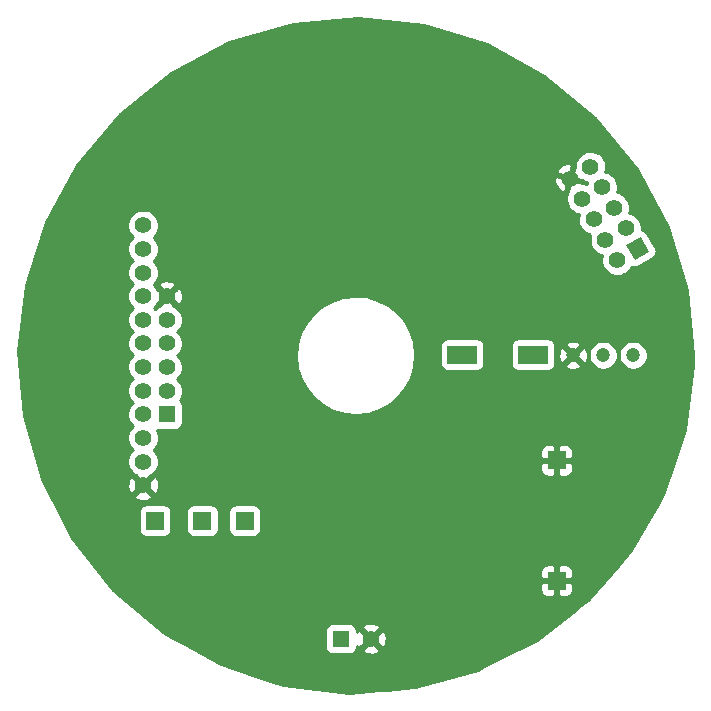
<source format=gbr>
%FSLAX46Y46*%
G04 Gerber Fmt 4.6, Leading zero omitted, Abs format (unit mm)*
G04 Created by KiCad (PCBNEW (2014-08-05 BZR 5054)-product) date Sun 14 Dec 2014 15:13:14 ACDT*
%MOMM*%
G01*
G04 APERTURE LIST*
%ADD10C,0.150000*%
%ADD11R,1.397000X1.397000*%
%ADD12C,1.397000*%
%ADD13C,1.200000*%
%ADD14C,1.400000*%
%ADD15R,1.400000X1.400000*%
%ADD16R,1.500000X1.500000*%
%ADD17C,0.800000*%
%ADD18R,2.500000X1.500000*%
%ADD19C,0.254000*%
G04 APERTURE END LIST*
D10*
D11*
X198730000Y-124000000D03*
D12*
X201270000Y-124000000D03*
D13*
X218400000Y-100000000D03*
X220940000Y-100000000D03*
X223480000Y-100000000D03*
D14*
X184000000Y-101000000D03*
X184000000Y-103000000D03*
D15*
X184000000Y-105000000D03*
D14*
X184000000Y-99000000D03*
X184000000Y-97000000D03*
X184000000Y-95000000D03*
X182000000Y-95000000D03*
X182000000Y-97000000D03*
X182000000Y-99000000D03*
X182000000Y-101000000D03*
X182000000Y-103000000D03*
X182000000Y-105000000D03*
X221866025Y-87500000D03*
X222866025Y-89232051D03*
D10*
G36*
X224822243Y-91220320D02*
X223609807Y-91920320D01*
X222909807Y-90707884D01*
X224122243Y-90007884D01*
X224822243Y-91220320D01*
X224822243Y-91220320D01*
G37*
D14*
X220866025Y-85767949D03*
X219866025Y-84035898D03*
X218133975Y-85035898D03*
X219133975Y-86767949D03*
X220133975Y-88500000D03*
X221133975Y-90232051D03*
X222133975Y-91964102D03*
X182000000Y-89000000D03*
X182000000Y-91000000D03*
X182000000Y-93000000D03*
X182000000Y-107000000D03*
X182000000Y-109000000D03*
X182000000Y-111000000D03*
D16*
X183000000Y-114000000D03*
X187000000Y-114000000D03*
X190600000Y-114000000D03*
X217000000Y-119100000D03*
X217000000Y-108900000D03*
D17*
X186600000Y-103800000D03*
X199300000Y-88800000D03*
X212030000Y-99870000D03*
X195620000Y-94800000D03*
X211200000Y-106600000D03*
X206080000Y-99290000D03*
X206300000Y-86600000D03*
D18*
X209000000Y-99950000D03*
X215000000Y-99950000D03*
D17*
X197450000Y-112250000D03*
D10*
X222866025Y-89232051D02*
X222842051Y-89232051D01*
X221866025Y-87500000D02*
X221790000Y-87500000D01*
D19*
G36*
X228565000Y-100000000D02*
X228553863Y-100797582D01*
X227855141Y-106328533D01*
X226095426Y-111618432D01*
X225459974Y-112737029D01*
X225459974Y-91199442D01*
X225443647Y-91075429D01*
X225403440Y-90956983D01*
X225340898Y-90848657D01*
X224640898Y-89636221D01*
X224558424Y-89542178D01*
X224459189Y-89466032D01*
X224347004Y-89410708D01*
X224226182Y-89378334D01*
X224197237Y-89376436D01*
X224201082Y-89101148D01*
X224150230Y-88844327D01*
X224050463Y-88602274D01*
X223905581Y-88384210D01*
X223721103Y-88198439D01*
X223504055Y-88052039D01*
X223262705Y-87950584D01*
X223138192Y-87925025D01*
X223138903Y-87923430D01*
X223196906Y-87668129D01*
X223201082Y-87369097D01*
X223150230Y-87112276D01*
X223050463Y-86870223D01*
X222905581Y-86652159D01*
X222721103Y-86466388D01*
X222504055Y-86319988D01*
X222262705Y-86218533D01*
X222138192Y-86192974D01*
X222138903Y-86191379D01*
X222196906Y-85936078D01*
X222201082Y-85637046D01*
X222150230Y-85380225D01*
X222050463Y-85138172D01*
X221905581Y-84920108D01*
X221721103Y-84734337D01*
X221504055Y-84587937D01*
X221262705Y-84486482D01*
X221138192Y-84460923D01*
X221138903Y-84459328D01*
X221196906Y-84204027D01*
X221201082Y-83904995D01*
X221150230Y-83648174D01*
X221050463Y-83406121D01*
X220905581Y-83188057D01*
X220721103Y-83002286D01*
X220504055Y-82855886D01*
X220262705Y-82754431D01*
X220006246Y-82701788D01*
X219744445Y-82699960D01*
X219487276Y-82749018D01*
X219244532Y-82847092D01*
X219025462Y-82990448D01*
X218838408Y-83173625D01*
X218690496Y-83389645D01*
X218587359Y-83630281D01*
X218532926Y-83886367D01*
X218530697Y-84045999D01*
X218379320Y-84610944D01*
X218315640Y-84674625D01*
X218315640Y-83867224D01*
X218147262Y-83694505D01*
X217885314Y-83717688D01*
X217632922Y-83791528D01*
X217399785Y-83913189D01*
X217194862Y-84077995D01*
X217026030Y-84279613D01*
X216965651Y-84376708D01*
X217031041Y-84608888D01*
X218044172Y-84880355D01*
X218315640Y-83867224D01*
X218315640Y-84674625D01*
X218148116Y-84842149D01*
X218327724Y-85021757D01*
X218379322Y-84970158D01*
X219179442Y-85184549D01*
X219211581Y-85206887D01*
X219451491Y-85311701D01*
X219595489Y-85343361D01*
X219587359Y-85362332D01*
X219558483Y-85498180D01*
X219530655Y-85486482D01*
X219274196Y-85433839D01*
X219124521Y-85432793D01*
X218558928Y-85281243D01*
X218327724Y-85050039D01*
X218148116Y-85229647D01*
X218199714Y-85281245D01*
X217984848Y-86083135D01*
X217978432Y-86092505D01*
X217978432Y-85125701D01*
X216965301Y-84854233D01*
X216792582Y-85022611D01*
X216815765Y-85284559D01*
X216889605Y-85536951D01*
X217011266Y-85770088D01*
X217176072Y-85975011D01*
X217377690Y-86143843D01*
X217474785Y-86204222D01*
X217706965Y-86138832D01*
X217978432Y-85125701D01*
X217978432Y-86092505D01*
X217958446Y-86121696D01*
X217855309Y-86362332D01*
X217800876Y-86618418D01*
X217797221Y-86880199D01*
X217844482Y-87137705D01*
X217940859Y-87381127D01*
X218082682Y-87601193D01*
X218264549Y-87789521D01*
X218479531Y-87938938D01*
X218719441Y-88043752D01*
X218863439Y-88075412D01*
X218855309Y-88094383D01*
X218800876Y-88350469D01*
X218797221Y-88612250D01*
X218844482Y-88869756D01*
X218940859Y-89113178D01*
X219082682Y-89333244D01*
X219264549Y-89521572D01*
X219479531Y-89670989D01*
X219719441Y-89775803D01*
X219863439Y-89807463D01*
X219855309Y-89826434D01*
X219800876Y-90082520D01*
X219797221Y-90344301D01*
X219844482Y-90601807D01*
X219940859Y-90845229D01*
X220082682Y-91065295D01*
X220264549Y-91253623D01*
X220479531Y-91403040D01*
X220719441Y-91507854D01*
X220863439Y-91539514D01*
X220855309Y-91558485D01*
X220800876Y-91814571D01*
X220797221Y-92076352D01*
X220844482Y-92333858D01*
X220940859Y-92577280D01*
X221082682Y-92797346D01*
X221264549Y-92985674D01*
X221479531Y-93135091D01*
X221719441Y-93239905D01*
X221975141Y-93296125D01*
X222236890Y-93301607D01*
X222494720Y-93256145D01*
X222738809Y-93161469D01*
X222959860Y-93021186D01*
X223149453Y-92840639D01*
X223300367Y-92626705D01*
X223355481Y-92502916D01*
X223385046Y-92517496D01*
X223505868Y-92549870D01*
X223630685Y-92558051D01*
X223754698Y-92541724D01*
X223873144Y-92501517D01*
X223981470Y-92438975D01*
X225193906Y-91738975D01*
X225287949Y-91656501D01*
X225364095Y-91557266D01*
X225419419Y-91445081D01*
X225451793Y-91324259D01*
X225459974Y-91199442D01*
X225459974Y-112737029D01*
X224715053Y-114048327D01*
X224715053Y-99878902D01*
X224668011Y-99641318D01*
X224575717Y-99417397D01*
X224441688Y-99215667D01*
X224271028Y-99043812D01*
X224070238Y-98908377D01*
X223846967Y-98814522D01*
X223609717Y-98765822D01*
X223367527Y-98764131D01*
X223129621Y-98809514D01*
X222905061Y-98900243D01*
X222702400Y-99032860D01*
X222529357Y-99202316D01*
X222392524Y-99402155D01*
X222297113Y-99624766D01*
X222246758Y-99861670D01*
X222243376Y-100103842D01*
X222287097Y-100342059D01*
X222376256Y-100567248D01*
X222507455Y-100770829D01*
X222675699Y-100945051D01*
X222874578Y-101083275D01*
X223096517Y-101180238D01*
X223333064Y-101232246D01*
X223575206Y-101237319D01*
X223813723Y-101195262D01*
X224039528Y-101107678D01*
X224244021Y-100977902D01*
X224419413Y-100810879D01*
X224559022Y-100612970D01*
X224657532Y-100391713D01*
X224711191Y-100155536D01*
X224715053Y-99878902D01*
X224715053Y-114048327D01*
X223341744Y-116465789D01*
X222175053Y-117817413D01*
X222175053Y-99878902D01*
X222128011Y-99641318D01*
X222035717Y-99417397D01*
X221901688Y-99215667D01*
X221731028Y-99043812D01*
X221530238Y-98908377D01*
X221306967Y-98814522D01*
X221069717Y-98765822D01*
X220827527Y-98764131D01*
X220589621Y-98809514D01*
X220365061Y-98900243D01*
X220162400Y-99032860D01*
X219989357Y-99202316D01*
X219852524Y-99402155D01*
X219757113Y-99624766D01*
X219706758Y-99861670D01*
X219703376Y-100103842D01*
X219747097Y-100342059D01*
X219836256Y-100567248D01*
X219967455Y-100770829D01*
X220135699Y-100945051D01*
X220334578Y-101083275D01*
X220556517Y-101180238D01*
X220793064Y-101232246D01*
X221035206Y-101237319D01*
X221273723Y-101195262D01*
X221499528Y-101107678D01*
X221704021Y-100977902D01*
X221879413Y-100810879D01*
X222019022Y-100612970D01*
X222117532Y-100391713D01*
X222171191Y-100155536D01*
X222175053Y-99878902D01*
X222175053Y-117817413D01*
X219698982Y-120685969D01*
X219638495Y-120733226D01*
X219638495Y-99921562D01*
X219599395Y-99681451D01*
X219514202Y-99453582D01*
X219473348Y-99377148D01*
X219249764Y-99329841D01*
X219070159Y-99509446D01*
X219070159Y-99150236D01*
X219022852Y-98926652D01*
X218801484Y-98825763D01*
X218564687Y-98770000D01*
X218321562Y-98761505D01*
X218081451Y-98800605D01*
X217853582Y-98885798D01*
X217777148Y-98926652D01*
X217729841Y-99150236D01*
X218400000Y-99820395D01*
X219070159Y-99150236D01*
X219070159Y-99509446D01*
X218579605Y-100000000D01*
X219249764Y-100670159D01*
X219473348Y-100622852D01*
X219574237Y-100401484D01*
X219630000Y-100164687D01*
X219638495Y-99921562D01*
X219638495Y-120733226D01*
X219070159Y-121177259D01*
X219070159Y-100849764D01*
X218400000Y-100179605D01*
X218220395Y-100359210D01*
X218220395Y-100000000D01*
X217550236Y-99329841D01*
X217326652Y-99377148D01*
X217225763Y-99598516D01*
X217170000Y-99835313D01*
X217161505Y-100078438D01*
X217200605Y-100318549D01*
X217285798Y-100546418D01*
X217326652Y-100622852D01*
X217550236Y-100670159D01*
X218220395Y-100000000D01*
X218220395Y-100359210D01*
X217729841Y-100849764D01*
X217777148Y-101073348D01*
X217998516Y-101174237D01*
X218235313Y-101230000D01*
X218478438Y-101238495D01*
X218718549Y-101199395D01*
X218946418Y-101114202D01*
X219022852Y-101073348D01*
X219070159Y-100849764D01*
X219070159Y-121177259D01*
X218385000Y-121712564D01*
X218385000Y-119912542D01*
X218385000Y-119787458D01*
X218385000Y-119385750D01*
X218385000Y-118814250D01*
X218385000Y-118412542D01*
X218385000Y-118287458D01*
X218385000Y-109712542D01*
X218385000Y-109587458D01*
X218385000Y-109185750D01*
X218385000Y-108614250D01*
X218385000Y-108212542D01*
X218385000Y-108087458D01*
X218360597Y-107964777D01*
X218312730Y-107849215D01*
X218243237Y-107745211D01*
X218154789Y-107656763D01*
X218050785Y-107587270D01*
X217935223Y-107539403D01*
X217812542Y-107515000D01*
X217285750Y-107515000D01*
X217127000Y-107673750D01*
X217127000Y-108773000D01*
X218226250Y-108773000D01*
X218385000Y-108614250D01*
X218385000Y-109185750D01*
X218226250Y-109027000D01*
X217127000Y-109027000D01*
X217127000Y-110126250D01*
X217285750Y-110285000D01*
X217812542Y-110285000D01*
X217935223Y-110260597D01*
X218050785Y-110212730D01*
X218154789Y-110143237D01*
X218243237Y-110054789D01*
X218312730Y-109950785D01*
X218360597Y-109835223D01*
X218385000Y-109712542D01*
X218385000Y-118287458D01*
X218360597Y-118164777D01*
X218312730Y-118049215D01*
X218243237Y-117945211D01*
X218154789Y-117856763D01*
X218050785Y-117787270D01*
X217935223Y-117739403D01*
X217812542Y-117715000D01*
X217285750Y-117715000D01*
X217127000Y-117873750D01*
X217127000Y-118973000D01*
X218226250Y-118973000D01*
X218385000Y-118814250D01*
X218385000Y-119385750D01*
X218226250Y-119227000D01*
X217127000Y-119227000D01*
X217127000Y-120326250D01*
X217285750Y-120485000D01*
X217812542Y-120485000D01*
X217935223Y-120460597D01*
X218050785Y-120412730D01*
X218154789Y-120343237D01*
X218243237Y-120254789D01*
X218312730Y-120150785D01*
X218360597Y-120035223D01*
X218385000Y-119912542D01*
X218385000Y-121712564D01*
X216885000Y-122884492D01*
X216885000Y-100762542D01*
X216885000Y-100637458D01*
X216885000Y-99137458D01*
X216860597Y-99014777D01*
X216812730Y-98899215D01*
X216743237Y-98795211D01*
X216654789Y-98706763D01*
X216550785Y-98637270D01*
X216435223Y-98589403D01*
X216312542Y-98565000D01*
X216187458Y-98565000D01*
X213687458Y-98565000D01*
X213564777Y-98589403D01*
X213449215Y-98637270D01*
X213345211Y-98706763D01*
X213256763Y-98795211D01*
X213187270Y-98899215D01*
X213139403Y-99014777D01*
X213115000Y-99137458D01*
X213115000Y-99262542D01*
X213115000Y-100762542D01*
X213139403Y-100885223D01*
X213187270Y-101000785D01*
X213256763Y-101104789D01*
X213345211Y-101193237D01*
X213449215Y-101262730D01*
X213564777Y-101310597D01*
X213687458Y-101335000D01*
X213812542Y-101335000D01*
X216312542Y-101335000D01*
X216435223Y-101310597D01*
X216550785Y-101262730D01*
X216654789Y-101193237D01*
X216743237Y-101104789D01*
X216812730Y-101000785D01*
X216860597Y-100885223D01*
X216885000Y-100762542D01*
X216885000Y-122884492D01*
X216873000Y-122893868D01*
X216873000Y-120326250D01*
X216873000Y-119227000D01*
X216873000Y-118973000D01*
X216873000Y-117873750D01*
X216873000Y-110126250D01*
X216873000Y-109027000D01*
X216873000Y-108773000D01*
X216873000Y-107673750D01*
X216714250Y-107515000D01*
X216187458Y-107515000D01*
X216064777Y-107539403D01*
X215949215Y-107587270D01*
X215845211Y-107656763D01*
X215756763Y-107745211D01*
X215687270Y-107849215D01*
X215639403Y-107964777D01*
X215615000Y-108087458D01*
X215615000Y-108212542D01*
X215615000Y-108614250D01*
X215773750Y-108773000D01*
X216873000Y-108773000D01*
X216873000Y-109027000D01*
X215773750Y-109027000D01*
X215615000Y-109185750D01*
X215615000Y-109587458D01*
X215615000Y-109712542D01*
X215639403Y-109835223D01*
X215687270Y-109950785D01*
X215756763Y-110054789D01*
X215845211Y-110143237D01*
X215949215Y-110212730D01*
X216064777Y-110260597D01*
X216187458Y-110285000D01*
X216714250Y-110285000D01*
X216873000Y-110126250D01*
X216873000Y-117873750D01*
X216714250Y-117715000D01*
X216187458Y-117715000D01*
X216064777Y-117739403D01*
X215949215Y-117787270D01*
X215845211Y-117856763D01*
X215756763Y-117945211D01*
X215687270Y-118049215D01*
X215639403Y-118164777D01*
X215615000Y-118287458D01*
X215615000Y-118412542D01*
X215615000Y-118814250D01*
X215773750Y-118973000D01*
X216873000Y-118973000D01*
X216873000Y-119227000D01*
X215773750Y-119227000D01*
X215615000Y-119385750D01*
X215615000Y-119787458D01*
X215615000Y-119912542D01*
X215639403Y-120035223D01*
X215687270Y-120150785D01*
X215756763Y-120254789D01*
X215845211Y-120343237D01*
X215949215Y-120412730D01*
X216064777Y-120460597D01*
X216187458Y-120485000D01*
X216714250Y-120485000D01*
X216873000Y-120326250D01*
X216873000Y-122893868D01*
X215305892Y-124118227D01*
X210885000Y-126351380D01*
X210885000Y-100762542D01*
X210885000Y-100637458D01*
X210885000Y-99137458D01*
X210860597Y-99014777D01*
X210812730Y-98899215D01*
X210743237Y-98795211D01*
X210654789Y-98706763D01*
X210550785Y-98637270D01*
X210435223Y-98589403D01*
X210312542Y-98565000D01*
X210187458Y-98565000D01*
X207687458Y-98565000D01*
X207564777Y-98589403D01*
X207449215Y-98637270D01*
X207345211Y-98706763D01*
X207256763Y-98795211D01*
X207187270Y-98899215D01*
X207139403Y-99014777D01*
X207115000Y-99137458D01*
X207115000Y-99262542D01*
X207115000Y-100762542D01*
X207139403Y-100885223D01*
X207187270Y-101000785D01*
X207256763Y-101104789D01*
X207345211Y-101193237D01*
X207449215Y-101262730D01*
X207564777Y-101310597D01*
X207687458Y-101335000D01*
X207812542Y-101335000D01*
X210312542Y-101335000D01*
X210435223Y-101310597D01*
X210550785Y-101262730D01*
X210654789Y-101193237D01*
X210743237Y-101104789D01*
X210812730Y-101000785D01*
X210860597Y-100885223D01*
X210885000Y-100762542D01*
X210885000Y-126351380D01*
X210329806Y-126631829D01*
X205051062Y-128105680D01*
X205051062Y-100000000D01*
X205049093Y-99858966D01*
X204925540Y-98880945D01*
X204614375Y-97945548D01*
X204127450Y-97088405D01*
X203483311Y-96342163D01*
X202706494Y-95735247D01*
X201826588Y-95290775D01*
X200877108Y-95025675D01*
X199894219Y-94950046D01*
X198915359Y-95066768D01*
X197977812Y-95371395D01*
X197117290Y-95852324D01*
X196366570Y-96491238D01*
X195754246Y-97263798D01*
X195303641Y-98140580D01*
X195031920Y-99088187D01*
X194949430Y-100070524D01*
X195059316Y-101050175D01*
X195357390Y-101989825D01*
X195832301Y-102853683D01*
X196465957Y-103608846D01*
X197234224Y-104226548D01*
X198107839Y-104683263D01*
X199053525Y-104961594D01*
X200035263Y-105050939D01*
X201015657Y-104947895D01*
X201957365Y-104656388D01*
X202824518Y-104187520D01*
X203584086Y-103559151D01*
X204207137Y-102795215D01*
X204669939Y-101924810D01*
X204954865Y-100981090D01*
X205051062Y-100000000D01*
X205051062Y-128105680D01*
X204960260Y-128131033D01*
X202607876Y-128312039D01*
X202607876Y-123925467D01*
X202567629Y-123665893D01*
X202477514Y-123419158D01*
X202423812Y-123318686D01*
X202190197Y-123259408D01*
X202010592Y-123439013D01*
X202010592Y-123079803D01*
X201951314Y-122846188D01*
X201713125Y-122735441D01*
X201457907Y-122673289D01*
X201195467Y-122662124D01*
X200935893Y-122702371D01*
X200689158Y-122792486D01*
X200588686Y-122846188D01*
X200529408Y-123079803D01*
X201270000Y-123820395D01*
X202010592Y-123079803D01*
X202010592Y-123439013D01*
X201449605Y-124000000D01*
X202190197Y-124740592D01*
X202423812Y-124681314D01*
X202534559Y-124443125D01*
X202596711Y-124187907D01*
X202607876Y-123925467D01*
X202607876Y-128312039D01*
X202010592Y-128357997D01*
X202010592Y-124920197D01*
X201270000Y-124179605D01*
X201090395Y-124359210D01*
X201090395Y-124000000D01*
X200349803Y-123259408D01*
X200116188Y-123318686D01*
X200063500Y-123432004D01*
X200063500Y-123238958D01*
X200039097Y-123116277D01*
X199991230Y-123000715D01*
X199921737Y-122896711D01*
X199833289Y-122808263D01*
X199729285Y-122738770D01*
X199613723Y-122690903D01*
X199491042Y-122666500D01*
X199365958Y-122666500D01*
X197968958Y-122666500D01*
X197846277Y-122690903D01*
X197730715Y-122738770D01*
X197626711Y-122808263D01*
X197538263Y-122896711D01*
X197468770Y-123000715D01*
X197420903Y-123116277D01*
X197396500Y-123238958D01*
X197396500Y-123364042D01*
X197396500Y-124761042D01*
X197420903Y-124883723D01*
X197468770Y-124999285D01*
X197538263Y-125103289D01*
X197626711Y-125191737D01*
X197730715Y-125261230D01*
X197846277Y-125309097D01*
X197968958Y-125333500D01*
X198094042Y-125333500D01*
X199491042Y-125333500D01*
X199613723Y-125309097D01*
X199729285Y-125261230D01*
X199833289Y-125191737D01*
X199921737Y-125103289D01*
X199991230Y-124999285D01*
X200039097Y-124883723D01*
X200063500Y-124761042D01*
X200063500Y-124635958D01*
X200063500Y-124582739D01*
X200116188Y-124681314D01*
X200349803Y-124740592D01*
X201090395Y-124000000D01*
X201090395Y-124359210D01*
X200529408Y-124920197D01*
X200588686Y-125153812D01*
X200826875Y-125264559D01*
X201082093Y-125326711D01*
X201344533Y-125337876D01*
X201604107Y-125297629D01*
X201850842Y-125207514D01*
X201951314Y-125153812D01*
X202010592Y-124920197D01*
X202010592Y-128357997D01*
X199401780Y-128558735D01*
X193866085Y-127898644D01*
X191985000Y-127287442D01*
X191985000Y-114812542D01*
X191985000Y-114687458D01*
X191985000Y-113187458D01*
X191960597Y-113064777D01*
X191912730Y-112949215D01*
X191843237Y-112845211D01*
X191754789Y-112756763D01*
X191650785Y-112687270D01*
X191535223Y-112639403D01*
X191412542Y-112615000D01*
X191287458Y-112615000D01*
X189787458Y-112615000D01*
X189664777Y-112639403D01*
X189549215Y-112687270D01*
X189445211Y-112756763D01*
X189356763Y-112845211D01*
X189287270Y-112949215D01*
X189239403Y-113064777D01*
X189215000Y-113187458D01*
X189215000Y-113312542D01*
X189215000Y-114812542D01*
X189239403Y-114935223D01*
X189287270Y-115050785D01*
X189356763Y-115154789D01*
X189445211Y-115243237D01*
X189549215Y-115312730D01*
X189664777Y-115360597D01*
X189787458Y-115385000D01*
X189912542Y-115385000D01*
X191412542Y-115385000D01*
X191535223Y-115360597D01*
X191650785Y-115312730D01*
X191754789Y-115243237D01*
X191843237Y-115154789D01*
X191912730Y-115050785D01*
X191960597Y-114935223D01*
X191985000Y-114812542D01*
X191985000Y-127287442D01*
X188564030Y-126175901D01*
X188385000Y-126075844D01*
X188385000Y-114812542D01*
X188385000Y-114687458D01*
X188385000Y-113187458D01*
X188360597Y-113064777D01*
X188312730Y-112949215D01*
X188243237Y-112845211D01*
X188154789Y-112756763D01*
X188050785Y-112687270D01*
X187935223Y-112639403D01*
X187812542Y-112615000D01*
X187687458Y-112615000D01*
X186187458Y-112615000D01*
X186064777Y-112639403D01*
X185949215Y-112687270D01*
X185845211Y-112756763D01*
X185756763Y-112845211D01*
X185687270Y-112949215D01*
X185639403Y-113064777D01*
X185615000Y-113187458D01*
X185615000Y-113312542D01*
X185615000Y-114812542D01*
X185639403Y-114935223D01*
X185687270Y-115050785D01*
X185756763Y-115154789D01*
X185845211Y-115243237D01*
X185949215Y-115312730D01*
X186064777Y-115360597D01*
X186187458Y-115385000D01*
X186312542Y-115385000D01*
X187812542Y-115385000D01*
X187935223Y-115360597D01*
X188050785Y-115312730D01*
X188154789Y-115243237D01*
X188243237Y-115154789D01*
X188312730Y-115050785D01*
X188360597Y-114935223D01*
X188385000Y-114812542D01*
X188385000Y-126075844D01*
X185339390Y-124373710D01*
X185339390Y-94925527D01*
X185299125Y-94665656D01*
X185208935Y-94418634D01*
X185155037Y-94317797D01*
X184921269Y-94258336D01*
X184741664Y-94437941D01*
X184741664Y-94078731D01*
X184682203Y-93844963D01*
X184443758Y-93734066D01*
X184188260Y-93671817D01*
X183925527Y-93660610D01*
X183665656Y-93700875D01*
X183418634Y-93791065D01*
X183317797Y-93844963D01*
X183258336Y-94078731D01*
X184000000Y-94820395D01*
X184741664Y-94078731D01*
X184741664Y-94437941D01*
X184179605Y-95000000D01*
X184921269Y-95741664D01*
X185155037Y-95682203D01*
X185265934Y-95443758D01*
X185328183Y-95188260D01*
X185339390Y-94925527D01*
X185339390Y-124373710D01*
X185335057Y-124371289D01*
X185335057Y-102869097D01*
X185284205Y-102612276D01*
X185184438Y-102370223D01*
X185039556Y-102152159D01*
X184887179Y-101998714D01*
X185015478Y-101876537D01*
X185166392Y-101662603D01*
X185272878Y-101423430D01*
X185330881Y-101168129D01*
X185335057Y-100869097D01*
X185284205Y-100612276D01*
X185184438Y-100370223D01*
X185039556Y-100152159D01*
X184887179Y-99998714D01*
X185015478Y-99876537D01*
X185166392Y-99662603D01*
X185272878Y-99423430D01*
X185330881Y-99168129D01*
X185335057Y-98869097D01*
X185284205Y-98612276D01*
X185184438Y-98370223D01*
X185039556Y-98152159D01*
X184887179Y-97998714D01*
X185015478Y-97876537D01*
X185166392Y-97662603D01*
X185272878Y-97423430D01*
X185330881Y-97168129D01*
X185335057Y-96869097D01*
X185284205Y-96612276D01*
X185184438Y-96370223D01*
X185039556Y-96152159D01*
X184855078Y-95966388D01*
X184645258Y-95824863D01*
X184000000Y-95179605D01*
X183349295Y-95830309D01*
X183159437Y-95954550D01*
X182999172Y-96111492D01*
X182887179Y-95998714D01*
X183015478Y-95876537D01*
X183166392Y-95662603D01*
X183173293Y-95647101D01*
X183820395Y-95000000D01*
X183172203Y-94351808D01*
X183039556Y-94152159D01*
X182887179Y-93998714D01*
X183015478Y-93876537D01*
X183166392Y-93662603D01*
X183272878Y-93423430D01*
X183330881Y-93168129D01*
X183335057Y-92869097D01*
X183284205Y-92612276D01*
X183184438Y-92370223D01*
X183039556Y-92152159D01*
X182887179Y-91998714D01*
X183015478Y-91876537D01*
X183166392Y-91662603D01*
X183272878Y-91423430D01*
X183330881Y-91168129D01*
X183335057Y-90869097D01*
X183284205Y-90612276D01*
X183184438Y-90370223D01*
X183039556Y-90152159D01*
X182887179Y-89998714D01*
X183015478Y-89876537D01*
X183166392Y-89662603D01*
X183272878Y-89423430D01*
X183330881Y-89168129D01*
X183335057Y-88869097D01*
X183284205Y-88612276D01*
X183184438Y-88370223D01*
X183039556Y-88152159D01*
X182855078Y-87966388D01*
X182638030Y-87819988D01*
X182396680Y-87718533D01*
X182140221Y-87665890D01*
X181878420Y-87664062D01*
X181621251Y-87713120D01*
X181378507Y-87811194D01*
X181159437Y-87954550D01*
X180972383Y-88137727D01*
X180824471Y-88353747D01*
X180721334Y-88594383D01*
X180666901Y-88850469D01*
X180663246Y-89112250D01*
X180710507Y-89369756D01*
X180806884Y-89613178D01*
X180948707Y-89833244D01*
X181111337Y-90001652D01*
X180972383Y-90137727D01*
X180824471Y-90353747D01*
X180721334Y-90594383D01*
X180666901Y-90850469D01*
X180663246Y-91112250D01*
X180710507Y-91369756D01*
X180806884Y-91613178D01*
X180948707Y-91833244D01*
X181111337Y-92001652D01*
X180972383Y-92137727D01*
X180824471Y-92353747D01*
X180721334Y-92594383D01*
X180666901Y-92850469D01*
X180663246Y-93112250D01*
X180710507Y-93369756D01*
X180806884Y-93613178D01*
X180948707Y-93833244D01*
X181111337Y-94001652D01*
X180972383Y-94137727D01*
X180824471Y-94353747D01*
X180721334Y-94594383D01*
X180666901Y-94850469D01*
X180663246Y-95112250D01*
X180710507Y-95369756D01*
X180806884Y-95613178D01*
X180948707Y-95833244D01*
X181111337Y-96001652D01*
X180972383Y-96137727D01*
X180824471Y-96353747D01*
X180721334Y-96594383D01*
X180666901Y-96850469D01*
X180663246Y-97112250D01*
X180710507Y-97369756D01*
X180806884Y-97613178D01*
X180948707Y-97833244D01*
X181111337Y-98001652D01*
X180972383Y-98137727D01*
X180824471Y-98353747D01*
X180721334Y-98594383D01*
X180666901Y-98850469D01*
X180663246Y-99112250D01*
X180710507Y-99369756D01*
X180806884Y-99613178D01*
X180948707Y-99833244D01*
X181111337Y-100001652D01*
X180972383Y-100137727D01*
X180824471Y-100353747D01*
X180721334Y-100594383D01*
X180666901Y-100850469D01*
X180663246Y-101112250D01*
X180710507Y-101369756D01*
X180806884Y-101613178D01*
X180948707Y-101833244D01*
X181111337Y-102001652D01*
X180972383Y-102137727D01*
X180824471Y-102353747D01*
X180721334Y-102594383D01*
X180666901Y-102850469D01*
X180663246Y-103112250D01*
X180710507Y-103369756D01*
X180806884Y-103613178D01*
X180948707Y-103833244D01*
X181111337Y-104001652D01*
X180972383Y-104137727D01*
X180824471Y-104353747D01*
X180721334Y-104594383D01*
X180666901Y-104850469D01*
X180663246Y-105112250D01*
X180710507Y-105369756D01*
X180806884Y-105613178D01*
X180948707Y-105833244D01*
X181111337Y-106001652D01*
X180972383Y-106137727D01*
X180824471Y-106353747D01*
X180721334Y-106594383D01*
X180666901Y-106850469D01*
X180663246Y-107112250D01*
X180710507Y-107369756D01*
X180806884Y-107613178D01*
X180948707Y-107833244D01*
X181111337Y-108001652D01*
X180972383Y-108137727D01*
X180824471Y-108353747D01*
X180721334Y-108594383D01*
X180666901Y-108850469D01*
X180663246Y-109112250D01*
X180710507Y-109369756D01*
X180806884Y-109613178D01*
X180948707Y-109833244D01*
X181130574Y-110021572D01*
X181345556Y-110170989D01*
X181354502Y-110174897D01*
X182000000Y-110820395D01*
X182654628Y-110165766D01*
X182825885Y-110057084D01*
X183015478Y-109876537D01*
X183166392Y-109662603D01*
X183272878Y-109423430D01*
X183330881Y-109168129D01*
X183335057Y-108869097D01*
X183284205Y-108612276D01*
X183184438Y-108370223D01*
X183039556Y-108152159D01*
X182887179Y-107998714D01*
X183015478Y-107876537D01*
X183166392Y-107662603D01*
X183272878Y-107423430D01*
X183330881Y-107168129D01*
X183335057Y-106869097D01*
X183284205Y-106612276D01*
X183184438Y-106370223D01*
X183149397Y-106317483D01*
X183237458Y-106335000D01*
X183362542Y-106335000D01*
X184762542Y-106335000D01*
X184885223Y-106310597D01*
X185000785Y-106262730D01*
X185104789Y-106193237D01*
X185193237Y-106104789D01*
X185262730Y-106000785D01*
X185310597Y-105885223D01*
X185335000Y-105762542D01*
X185335000Y-105637458D01*
X185335000Y-104237458D01*
X185310597Y-104114777D01*
X185262730Y-103999215D01*
X185193237Y-103895211D01*
X185104789Y-103806763D01*
X185077541Y-103788556D01*
X185166392Y-103662603D01*
X185272878Y-103423430D01*
X185330881Y-103168129D01*
X185335057Y-102869097D01*
X185335057Y-124371289D01*
X184385000Y-123840320D01*
X184385000Y-114812542D01*
X184385000Y-114687458D01*
X184385000Y-113187458D01*
X184360597Y-113064777D01*
X184312730Y-112949215D01*
X184243237Y-112845211D01*
X184154789Y-112756763D01*
X184050785Y-112687270D01*
X183935223Y-112639403D01*
X183812542Y-112615000D01*
X183687458Y-112615000D01*
X183339390Y-112615000D01*
X183339390Y-110925527D01*
X183299125Y-110665656D01*
X183208935Y-110418634D01*
X183155037Y-110317797D01*
X182921269Y-110258336D01*
X182179605Y-111000000D01*
X182921269Y-111741664D01*
X183155037Y-111682203D01*
X183265934Y-111443758D01*
X183328183Y-111188260D01*
X183339390Y-110925527D01*
X183339390Y-112615000D01*
X182741664Y-112615000D01*
X182741664Y-111921269D01*
X182000000Y-111179605D01*
X181820395Y-111359210D01*
X181820395Y-111000000D01*
X181078731Y-110258336D01*
X180844963Y-110317797D01*
X180734066Y-110556242D01*
X180671817Y-110811740D01*
X180660610Y-111074473D01*
X180700875Y-111334344D01*
X180791065Y-111581366D01*
X180844963Y-111682203D01*
X181078731Y-111741664D01*
X181820395Y-111000000D01*
X181820395Y-111359210D01*
X181258336Y-111921269D01*
X181317797Y-112155037D01*
X181556242Y-112265934D01*
X181811740Y-112328183D01*
X182074473Y-112339390D01*
X182334344Y-112299125D01*
X182581366Y-112208935D01*
X182682203Y-112155037D01*
X182741664Y-111921269D01*
X182741664Y-112615000D01*
X182187458Y-112615000D01*
X182064777Y-112639403D01*
X181949215Y-112687270D01*
X181845211Y-112756763D01*
X181756763Y-112845211D01*
X181687270Y-112949215D01*
X181639403Y-113064777D01*
X181615000Y-113187458D01*
X181615000Y-113312542D01*
X181615000Y-114812542D01*
X181639403Y-114935223D01*
X181687270Y-115050785D01*
X181756763Y-115154789D01*
X181845211Y-115243237D01*
X181949215Y-115312730D01*
X182064777Y-115360597D01*
X182187458Y-115385000D01*
X182312542Y-115385000D01*
X183812542Y-115385000D01*
X183935223Y-115360597D01*
X184050785Y-115312730D01*
X184154789Y-115243237D01*
X184243237Y-115154789D01*
X184312730Y-115050785D01*
X184360597Y-114935223D01*
X184385000Y-114812542D01*
X184385000Y-123840320D01*
X183697567Y-123456127D01*
X179452059Y-119842916D01*
X175989215Y-115473895D01*
X173440935Y-110515478D01*
X171904281Y-105156529D01*
X171437784Y-99601170D01*
X172059214Y-94061003D01*
X173744899Y-88747049D01*
X176430633Y-83861718D01*
X180014117Y-79591088D01*
X184358857Y-76097827D01*
X189299363Y-73514993D01*
X194647453Y-71940965D01*
X200199420Y-71435696D01*
X205743791Y-72018433D01*
X211069383Y-73666979D01*
X215973345Y-76318542D01*
X220268888Y-79872124D01*
X223792395Y-84192370D01*
X226409657Y-89114725D01*
X228020984Y-94451696D01*
X228565000Y-100000000D01*
X228565000Y-100000000D01*
G37*
X228565000Y-100000000D02*
X228553863Y-100797582D01*
X227855141Y-106328533D01*
X226095426Y-111618432D01*
X225459974Y-112737029D01*
X225459974Y-91199442D01*
X225443647Y-91075429D01*
X225403440Y-90956983D01*
X225340898Y-90848657D01*
X224640898Y-89636221D01*
X224558424Y-89542178D01*
X224459189Y-89466032D01*
X224347004Y-89410708D01*
X224226182Y-89378334D01*
X224197237Y-89376436D01*
X224201082Y-89101148D01*
X224150230Y-88844327D01*
X224050463Y-88602274D01*
X223905581Y-88384210D01*
X223721103Y-88198439D01*
X223504055Y-88052039D01*
X223262705Y-87950584D01*
X223138192Y-87925025D01*
X223138903Y-87923430D01*
X223196906Y-87668129D01*
X223201082Y-87369097D01*
X223150230Y-87112276D01*
X223050463Y-86870223D01*
X222905581Y-86652159D01*
X222721103Y-86466388D01*
X222504055Y-86319988D01*
X222262705Y-86218533D01*
X222138192Y-86192974D01*
X222138903Y-86191379D01*
X222196906Y-85936078D01*
X222201082Y-85637046D01*
X222150230Y-85380225D01*
X222050463Y-85138172D01*
X221905581Y-84920108D01*
X221721103Y-84734337D01*
X221504055Y-84587937D01*
X221262705Y-84486482D01*
X221138192Y-84460923D01*
X221138903Y-84459328D01*
X221196906Y-84204027D01*
X221201082Y-83904995D01*
X221150230Y-83648174D01*
X221050463Y-83406121D01*
X220905581Y-83188057D01*
X220721103Y-83002286D01*
X220504055Y-82855886D01*
X220262705Y-82754431D01*
X220006246Y-82701788D01*
X219744445Y-82699960D01*
X219487276Y-82749018D01*
X219244532Y-82847092D01*
X219025462Y-82990448D01*
X218838408Y-83173625D01*
X218690496Y-83389645D01*
X218587359Y-83630281D01*
X218532926Y-83886367D01*
X218530697Y-84045999D01*
X218379320Y-84610944D01*
X218315640Y-84674625D01*
X218315640Y-83867224D01*
X218147262Y-83694505D01*
X217885314Y-83717688D01*
X217632922Y-83791528D01*
X217399785Y-83913189D01*
X217194862Y-84077995D01*
X217026030Y-84279613D01*
X216965651Y-84376708D01*
X217031041Y-84608888D01*
X218044172Y-84880355D01*
X218315640Y-83867224D01*
X218315640Y-84674625D01*
X218148116Y-84842149D01*
X218327724Y-85021757D01*
X218379322Y-84970158D01*
X219179442Y-85184549D01*
X219211581Y-85206887D01*
X219451491Y-85311701D01*
X219595489Y-85343361D01*
X219587359Y-85362332D01*
X219558483Y-85498180D01*
X219530655Y-85486482D01*
X219274196Y-85433839D01*
X219124521Y-85432793D01*
X218558928Y-85281243D01*
X218327724Y-85050039D01*
X218148116Y-85229647D01*
X218199714Y-85281245D01*
X217984848Y-86083135D01*
X217978432Y-86092505D01*
X217978432Y-85125701D01*
X216965301Y-84854233D01*
X216792582Y-85022611D01*
X216815765Y-85284559D01*
X216889605Y-85536951D01*
X217011266Y-85770088D01*
X217176072Y-85975011D01*
X217377690Y-86143843D01*
X217474785Y-86204222D01*
X217706965Y-86138832D01*
X217978432Y-85125701D01*
X217978432Y-86092505D01*
X217958446Y-86121696D01*
X217855309Y-86362332D01*
X217800876Y-86618418D01*
X217797221Y-86880199D01*
X217844482Y-87137705D01*
X217940859Y-87381127D01*
X218082682Y-87601193D01*
X218264549Y-87789521D01*
X218479531Y-87938938D01*
X218719441Y-88043752D01*
X218863439Y-88075412D01*
X218855309Y-88094383D01*
X218800876Y-88350469D01*
X218797221Y-88612250D01*
X218844482Y-88869756D01*
X218940859Y-89113178D01*
X219082682Y-89333244D01*
X219264549Y-89521572D01*
X219479531Y-89670989D01*
X219719441Y-89775803D01*
X219863439Y-89807463D01*
X219855309Y-89826434D01*
X219800876Y-90082520D01*
X219797221Y-90344301D01*
X219844482Y-90601807D01*
X219940859Y-90845229D01*
X220082682Y-91065295D01*
X220264549Y-91253623D01*
X220479531Y-91403040D01*
X220719441Y-91507854D01*
X220863439Y-91539514D01*
X220855309Y-91558485D01*
X220800876Y-91814571D01*
X220797221Y-92076352D01*
X220844482Y-92333858D01*
X220940859Y-92577280D01*
X221082682Y-92797346D01*
X221264549Y-92985674D01*
X221479531Y-93135091D01*
X221719441Y-93239905D01*
X221975141Y-93296125D01*
X222236890Y-93301607D01*
X222494720Y-93256145D01*
X222738809Y-93161469D01*
X222959860Y-93021186D01*
X223149453Y-92840639D01*
X223300367Y-92626705D01*
X223355481Y-92502916D01*
X223385046Y-92517496D01*
X223505868Y-92549870D01*
X223630685Y-92558051D01*
X223754698Y-92541724D01*
X223873144Y-92501517D01*
X223981470Y-92438975D01*
X225193906Y-91738975D01*
X225287949Y-91656501D01*
X225364095Y-91557266D01*
X225419419Y-91445081D01*
X225451793Y-91324259D01*
X225459974Y-91199442D01*
X225459974Y-112737029D01*
X224715053Y-114048327D01*
X224715053Y-99878902D01*
X224668011Y-99641318D01*
X224575717Y-99417397D01*
X224441688Y-99215667D01*
X224271028Y-99043812D01*
X224070238Y-98908377D01*
X223846967Y-98814522D01*
X223609717Y-98765822D01*
X223367527Y-98764131D01*
X223129621Y-98809514D01*
X222905061Y-98900243D01*
X222702400Y-99032860D01*
X222529357Y-99202316D01*
X222392524Y-99402155D01*
X222297113Y-99624766D01*
X222246758Y-99861670D01*
X222243376Y-100103842D01*
X222287097Y-100342059D01*
X222376256Y-100567248D01*
X222507455Y-100770829D01*
X222675699Y-100945051D01*
X222874578Y-101083275D01*
X223096517Y-101180238D01*
X223333064Y-101232246D01*
X223575206Y-101237319D01*
X223813723Y-101195262D01*
X224039528Y-101107678D01*
X224244021Y-100977902D01*
X224419413Y-100810879D01*
X224559022Y-100612970D01*
X224657532Y-100391713D01*
X224711191Y-100155536D01*
X224715053Y-99878902D01*
X224715053Y-114048327D01*
X223341744Y-116465789D01*
X222175053Y-117817413D01*
X222175053Y-99878902D01*
X222128011Y-99641318D01*
X222035717Y-99417397D01*
X221901688Y-99215667D01*
X221731028Y-99043812D01*
X221530238Y-98908377D01*
X221306967Y-98814522D01*
X221069717Y-98765822D01*
X220827527Y-98764131D01*
X220589621Y-98809514D01*
X220365061Y-98900243D01*
X220162400Y-99032860D01*
X219989357Y-99202316D01*
X219852524Y-99402155D01*
X219757113Y-99624766D01*
X219706758Y-99861670D01*
X219703376Y-100103842D01*
X219747097Y-100342059D01*
X219836256Y-100567248D01*
X219967455Y-100770829D01*
X220135699Y-100945051D01*
X220334578Y-101083275D01*
X220556517Y-101180238D01*
X220793064Y-101232246D01*
X221035206Y-101237319D01*
X221273723Y-101195262D01*
X221499528Y-101107678D01*
X221704021Y-100977902D01*
X221879413Y-100810879D01*
X222019022Y-100612970D01*
X222117532Y-100391713D01*
X222171191Y-100155536D01*
X222175053Y-99878902D01*
X222175053Y-117817413D01*
X219698982Y-120685969D01*
X219638495Y-120733226D01*
X219638495Y-99921562D01*
X219599395Y-99681451D01*
X219514202Y-99453582D01*
X219473348Y-99377148D01*
X219249764Y-99329841D01*
X219070159Y-99509446D01*
X219070159Y-99150236D01*
X219022852Y-98926652D01*
X218801484Y-98825763D01*
X218564687Y-98770000D01*
X218321562Y-98761505D01*
X218081451Y-98800605D01*
X217853582Y-98885798D01*
X217777148Y-98926652D01*
X217729841Y-99150236D01*
X218400000Y-99820395D01*
X219070159Y-99150236D01*
X219070159Y-99509446D01*
X218579605Y-100000000D01*
X219249764Y-100670159D01*
X219473348Y-100622852D01*
X219574237Y-100401484D01*
X219630000Y-100164687D01*
X219638495Y-99921562D01*
X219638495Y-120733226D01*
X219070159Y-121177259D01*
X219070159Y-100849764D01*
X218400000Y-100179605D01*
X218220395Y-100359210D01*
X218220395Y-100000000D01*
X217550236Y-99329841D01*
X217326652Y-99377148D01*
X217225763Y-99598516D01*
X217170000Y-99835313D01*
X217161505Y-100078438D01*
X217200605Y-100318549D01*
X217285798Y-100546418D01*
X217326652Y-100622852D01*
X217550236Y-100670159D01*
X218220395Y-100000000D01*
X218220395Y-100359210D01*
X217729841Y-100849764D01*
X217777148Y-101073348D01*
X217998516Y-101174237D01*
X218235313Y-101230000D01*
X218478438Y-101238495D01*
X218718549Y-101199395D01*
X218946418Y-101114202D01*
X219022852Y-101073348D01*
X219070159Y-100849764D01*
X219070159Y-121177259D01*
X218385000Y-121712564D01*
X218385000Y-119912542D01*
X218385000Y-119787458D01*
X218385000Y-119385750D01*
X218385000Y-118814250D01*
X218385000Y-118412542D01*
X218385000Y-118287458D01*
X218385000Y-109712542D01*
X218385000Y-109587458D01*
X218385000Y-109185750D01*
X218385000Y-108614250D01*
X218385000Y-108212542D01*
X218385000Y-108087458D01*
X218360597Y-107964777D01*
X218312730Y-107849215D01*
X218243237Y-107745211D01*
X218154789Y-107656763D01*
X218050785Y-107587270D01*
X217935223Y-107539403D01*
X217812542Y-107515000D01*
X217285750Y-107515000D01*
X217127000Y-107673750D01*
X217127000Y-108773000D01*
X218226250Y-108773000D01*
X218385000Y-108614250D01*
X218385000Y-109185750D01*
X218226250Y-109027000D01*
X217127000Y-109027000D01*
X217127000Y-110126250D01*
X217285750Y-110285000D01*
X217812542Y-110285000D01*
X217935223Y-110260597D01*
X218050785Y-110212730D01*
X218154789Y-110143237D01*
X218243237Y-110054789D01*
X218312730Y-109950785D01*
X218360597Y-109835223D01*
X218385000Y-109712542D01*
X218385000Y-118287458D01*
X218360597Y-118164777D01*
X218312730Y-118049215D01*
X218243237Y-117945211D01*
X218154789Y-117856763D01*
X218050785Y-117787270D01*
X217935223Y-117739403D01*
X217812542Y-117715000D01*
X217285750Y-117715000D01*
X217127000Y-117873750D01*
X217127000Y-118973000D01*
X218226250Y-118973000D01*
X218385000Y-118814250D01*
X218385000Y-119385750D01*
X218226250Y-119227000D01*
X217127000Y-119227000D01*
X217127000Y-120326250D01*
X217285750Y-120485000D01*
X217812542Y-120485000D01*
X217935223Y-120460597D01*
X218050785Y-120412730D01*
X218154789Y-120343237D01*
X218243237Y-120254789D01*
X218312730Y-120150785D01*
X218360597Y-120035223D01*
X218385000Y-119912542D01*
X218385000Y-121712564D01*
X216885000Y-122884492D01*
X216885000Y-100762542D01*
X216885000Y-100637458D01*
X216885000Y-99137458D01*
X216860597Y-99014777D01*
X216812730Y-98899215D01*
X216743237Y-98795211D01*
X216654789Y-98706763D01*
X216550785Y-98637270D01*
X216435223Y-98589403D01*
X216312542Y-98565000D01*
X216187458Y-98565000D01*
X213687458Y-98565000D01*
X213564777Y-98589403D01*
X213449215Y-98637270D01*
X213345211Y-98706763D01*
X213256763Y-98795211D01*
X213187270Y-98899215D01*
X213139403Y-99014777D01*
X213115000Y-99137458D01*
X213115000Y-99262542D01*
X213115000Y-100762542D01*
X213139403Y-100885223D01*
X213187270Y-101000785D01*
X213256763Y-101104789D01*
X213345211Y-101193237D01*
X213449215Y-101262730D01*
X213564777Y-101310597D01*
X213687458Y-101335000D01*
X213812542Y-101335000D01*
X216312542Y-101335000D01*
X216435223Y-101310597D01*
X216550785Y-101262730D01*
X216654789Y-101193237D01*
X216743237Y-101104789D01*
X216812730Y-101000785D01*
X216860597Y-100885223D01*
X216885000Y-100762542D01*
X216885000Y-122884492D01*
X216873000Y-122893868D01*
X216873000Y-120326250D01*
X216873000Y-119227000D01*
X216873000Y-118973000D01*
X216873000Y-117873750D01*
X216873000Y-110126250D01*
X216873000Y-109027000D01*
X216873000Y-108773000D01*
X216873000Y-107673750D01*
X216714250Y-107515000D01*
X216187458Y-107515000D01*
X216064777Y-107539403D01*
X215949215Y-107587270D01*
X215845211Y-107656763D01*
X215756763Y-107745211D01*
X215687270Y-107849215D01*
X215639403Y-107964777D01*
X215615000Y-108087458D01*
X215615000Y-108212542D01*
X215615000Y-108614250D01*
X215773750Y-108773000D01*
X216873000Y-108773000D01*
X216873000Y-109027000D01*
X215773750Y-109027000D01*
X215615000Y-109185750D01*
X215615000Y-109587458D01*
X215615000Y-109712542D01*
X215639403Y-109835223D01*
X215687270Y-109950785D01*
X215756763Y-110054789D01*
X215845211Y-110143237D01*
X215949215Y-110212730D01*
X216064777Y-110260597D01*
X216187458Y-110285000D01*
X216714250Y-110285000D01*
X216873000Y-110126250D01*
X216873000Y-117873750D01*
X216714250Y-117715000D01*
X216187458Y-117715000D01*
X216064777Y-117739403D01*
X215949215Y-117787270D01*
X215845211Y-117856763D01*
X215756763Y-117945211D01*
X215687270Y-118049215D01*
X215639403Y-118164777D01*
X215615000Y-118287458D01*
X215615000Y-118412542D01*
X215615000Y-118814250D01*
X215773750Y-118973000D01*
X216873000Y-118973000D01*
X216873000Y-119227000D01*
X215773750Y-119227000D01*
X215615000Y-119385750D01*
X215615000Y-119787458D01*
X215615000Y-119912542D01*
X215639403Y-120035223D01*
X215687270Y-120150785D01*
X215756763Y-120254789D01*
X215845211Y-120343237D01*
X215949215Y-120412730D01*
X216064777Y-120460597D01*
X216187458Y-120485000D01*
X216714250Y-120485000D01*
X216873000Y-120326250D01*
X216873000Y-122893868D01*
X215305892Y-124118227D01*
X210885000Y-126351380D01*
X210885000Y-100762542D01*
X210885000Y-100637458D01*
X210885000Y-99137458D01*
X210860597Y-99014777D01*
X210812730Y-98899215D01*
X210743237Y-98795211D01*
X210654789Y-98706763D01*
X210550785Y-98637270D01*
X210435223Y-98589403D01*
X210312542Y-98565000D01*
X210187458Y-98565000D01*
X207687458Y-98565000D01*
X207564777Y-98589403D01*
X207449215Y-98637270D01*
X207345211Y-98706763D01*
X207256763Y-98795211D01*
X207187270Y-98899215D01*
X207139403Y-99014777D01*
X207115000Y-99137458D01*
X207115000Y-99262542D01*
X207115000Y-100762542D01*
X207139403Y-100885223D01*
X207187270Y-101000785D01*
X207256763Y-101104789D01*
X207345211Y-101193237D01*
X207449215Y-101262730D01*
X207564777Y-101310597D01*
X207687458Y-101335000D01*
X207812542Y-101335000D01*
X210312542Y-101335000D01*
X210435223Y-101310597D01*
X210550785Y-101262730D01*
X210654789Y-101193237D01*
X210743237Y-101104789D01*
X210812730Y-101000785D01*
X210860597Y-100885223D01*
X210885000Y-100762542D01*
X210885000Y-126351380D01*
X210329806Y-126631829D01*
X205051062Y-128105680D01*
X205051062Y-100000000D01*
X205049093Y-99858966D01*
X204925540Y-98880945D01*
X204614375Y-97945548D01*
X204127450Y-97088405D01*
X203483311Y-96342163D01*
X202706494Y-95735247D01*
X201826588Y-95290775D01*
X200877108Y-95025675D01*
X199894219Y-94950046D01*
X198915359Y-95066768D01*
X197977812Y-95371395D01*
X197117290Y-95852324D01*
X196366570Y-96491238D01*
X195754246Y-97263798D01*
X195303641Y-98140580D01*
X195031920Y-99088187D01*
X194949430Y-100070524D01*
X195059316Y-101050175D01*
X195357390Y-101989825D01*
X195832301Y-102853683D01*
X196465957Y-103608846D01*
X197234224Y-104226548D01*
X198107839Y-104683263D01*
X199053525Y-104961594D01*
X200035263Y-105050939D01*
X201015657Y-104947895D01*
X201957365Y-104656388D01*
X202824518Y-104187520D01*
X203584086Y-103559151D01*
X204207137Y-102795215D01*
X204669939Y-101924810D01*
X204954865Y-100981090D01*
X205051062Y-100000000D01*
X205051062Y-128105680D01*
X204960260Y-128131033D01*
X202607876Y-128312039D01*
X202607876Y-123925467D01*
X202567629Y-123665893D01*
X202477514Y-123419158D01*
X202423812Y-123318686D01*
X202190197Y-123259408D01*
X202010592Y-123439013D01*
X202010592Y-123079803D01*
X201951314Y-122846188D01*
X201713125Y-122735441D01*
X201457907Y-122673289D01*
X201195467Y-122662124D01*
X200935893Y-122702371D01*
X200689158Y-122792486D01*
X200588686Y-122846188D01*
X200529408Y-123079803D01*
X201270000Y-123820395D01*
X202010592Y-123079803D01*
X202010592Y-123439013D01*
X201449605Y-124000000D01*
X202190197Y-124740592D01*
X202423812Y-124681314D01*
X202534559Y-124443125D01*
X202596711Y-124187907D01*
X202607876Y-123925467D01*
X202607876Y-128312039D01*
X202010592Y-128357997D01*
X202010592Y-124920197D01*
X201270000Y-124179605D01*
X201090395Y-124359210D01*
X201090395Y-124000000D01*
X200349803Y-123259408D01*
X200116188Y-123318686D01*
X200063500Y-123432004D01*
X200063500Y-123238958D01*
X200039097Y-123116277D01*
X199991230Y-123000715D01*
X199921737Y-122896711D01*
X199833289Y-122808263D01*
X199729285Y-122738770D01*
X199613723Y-122690903D01*
X199491042Y-122666500D01*
X199365958Y-122666500D01*
X197968958Y-122666500D01*
X197846277Y-122690903D01*
X197730715Y-122738770D01*
X197626711Y-122808263D01*
X197538263Y-122896711D01*
X197468770Y-123000715D01*
X197420903Y-123116277D01*
X197396500Y-123238958D01*
X197396500Y-123364042D01*
X197396500Y-124761042D01*
X197420903Y-124883723D01*
X197468770Y-124999285D01*
X197538263Y-125103289D01*
X197626711Y-125191737D01*
X197730715Y-125261230D01*
X197846277Y-125309097D01*
X197968958Y-125333500D01*
X198094042Y-125333500D01*
X199491042Y-125333500D01*
X199613723Y-125309097D01*
X199729285Y-125261230D01*
X199833289Y-125191737D01*
X199921737Y-125103289D01*
X199991230Y-124999285D01*
X200039097Y-124883723D01*
X200063500Y-124761042D01*
X200063500Y-124635958D01*
X200063500Y-124582739D01*
X200116188Y-124681314D01*
X200349803Y-124740592D01*
X201090395Y-124000000D01*
X201090395Y-124359210D01*
X200529408Y-124920197D01*
X200588686Y-125153812D01*
X200826875Y-125264559D01*
X201082093Y-125326711D01*
X201344533Y-125337876D01*
X201604107Y-125297629D01*
X201850842Y-125207514D01*
X201951314Y-125153812D01*
X202010592Y-124920197D01*
X202010592Y-128357997D01*
X199401780Y-128558735D01*
X193866085Y-127898644D01*
X191985000Y-127287442D01*
X191985000Y-114812542D01*
X191985000Y-114687458D01*
X191985000Y-113187458D01*
X191960597Y-113064777D01*
X191912730Y-112949215D01*
X191843237Y-112845211D01*
X191754789Y-112756763D01*
X191650785Y-112687270D01*
X191535223Y-112639403D01*
X191412542Y-112615000D01*
X191287458Y-112615000D01*
X189787458Y-112615000D01*
X189664777Y-112639403D01*
X189549215Y-112687270D01*
X189445211Y-112756763D01*
X189356763Y-112845211D01*
X189287270Y-112949215D01*
X189239403Y-113064777D01*
X189215000Y-113187458D01*
X189215000Y-113312542D01*
X189215000Y-114812542D01*
X189239403Y-114935223D01*
X189287270Y-115050785D01*
X189356763Y-115154789D01*
X189445211Y-115243237D01*
X189549215Y-115312730D01*
X189664777Y-115360597D01*
X189787458Y-115385000D01*
X189912542Y-115385000D01*
X191412542Y-115385000D01*
X191535223Y-115360597D01*
X191650785Y-115312730D01*
X191754789Y-115243237D01*
X191843237Y-115154789D01*
X191912730Y-115050785D01*
X191960597Y-114935223D01*
X191985000Y-114812542D01*
X191985000Y-127287442D01*
X188564030Y-126175901D01*
X188385000Y-126075844D01*
X188385000Y-114812542D01*
X188385000Y-114687458D01*
X188385000Y-113187458D01*
X188360597Y-113064777D01*
X188312730Y-112949215D01*
X188243237Y-112845211D01*
X188154789Y-112756763D01*
X188050785Y-112687270D01*
X187935223Y-112639403D01*
X187812542Y-112615000D01*
X187687458Y-112615000D01*
X186187458Y-112615000D01*
X186064777Y-112639403D01*
X185949215Y-112687270D01*
X185845211Y-112756763D01*
X185756763Y-112845211D01*
X185687270Y-112949215D01*
X185639403Y-113064777D01*
X185615000Y-113187458D01*
X185615000Y-113312542D01*
X185615000Y-114812542D01*
X185639403Y-114935223D01*
X185687270Y-115050785D01*
X185756763Y-115154789D01*
X185845211Y-115243237D01*
X185949215Y-115312730D01*
X186064777Y-115360597D01*
X186187458Y-115385000D01*
X186312542Y-115385000D01*
X187812542Y-115385000D01*
X187935223Y-115360597D01*
X188050785Y-115312730D01*
X188154789Y-115243237D01*
X188243237Y-115154789D01*
X188312730Y-115050785D01*
X188360597Y-114935223D01*
X188385000Y-114812542D01*
X188385000Y-126075844D01*
X185339390Y-124373710D01*
X185339390Y-94925527D01*
X185299125Y-94665656D01*
X185208935Y-94418634D01*
X185155037Y-94317797D01*
X184921269Y-94258336D01*
X184741664Y-94437941D01*
X184741664Y-94078731D01*
X184682203Y-93844963D01*
X184443758Y-93734066D01*
X184188260Y-93671817D01*
X183925527Y-93660610D01*
X183665656Y-93700875D01*
X183418634Y-93791065D01*
X183317797Y-93844963D01*
X183258336Y-94078731D01*
X184000000Y-94820395D01*
X184741664Y-94078731D01*
X184741664Y-94437941D01*
X184179605Y-95000000D01*
X184921269Y-95741664D01*
X185155037Y-95682203D01*
X185265934Y-95443758D01*
X185328183Y-95188260D01*
X185339390Y-94925527D01*
X185339390Y-124373710D01*
X185335057Y-124371289D01*
X185335057Y-102869097D01*
X185284205Y-102612276D01*
X185184438Y-102370223D01*
X185039556Y-102152159D01*
X184887179Y-101998714D01*
X185015478Y-101876537D01*
X185166392Y-101662603D01*
X185272878Y-101423430D01*
X185330881Y-101168129D01*
X185335057Y-100869097D01*
X185284205Y-100612276D01*
X185184438Y-100370223D01*
X185039556Y-100152159D01*
X184887179Y-99998714D01*
X185015478Y-99876537D01*
X185166392Y-99662603D01*
X185272878Y-99423430D01*
X185330881Y-99168129D01*
X185335057Y-98869097D01*
X185284205Y-98612276D01*
X185184438Y-98370223D01*
X185039556Y-98152159D01*
X184887179Y-97998714D01*
X185015478Y-97876537D01*
X185166392Y-97662603D01*
X185272878Y-97423430D01*
X185330881Y-97168129D01*
X185335057Y-96869097D01*
X185284205Y-96612276D01*
X185184438Y-96370223D01*
X185039556Y-96152159D01*
X184855078Y-95966388D01*
X184645258Y-95824863D01*
X184000000Y-95179605D01*
X183349295Y-95830309D01*
X183159437Y-95954550D01*
X182999172Y-96111492D01*
X182887179Y-95998714D01*
X183015478Y-95876537D01*
X183166392Y-95662603D01*
X183173293Y-95647101D01*
X183820395Y-95000000D01*
X183172203Y-94351808D01*
X183039556Y-94152159D01*
X182887179Y-93998714D01*
X183015478Y-93876537D01*
X183166392Y-93662603D01*
X183272878Y-93423430D01*
X183330881Y-93168129D01*
X183335057Y-92869097D01*
X183284205Y-92612276D01*
X183184438Y-92370223D01*
X183039556Y-92152159D01*
X182887179Y-91998714D01*
X183015478Y-91876537D01*
X183166392Y-91662603D01*
X183272878Y-91423430D01*
X183330881Y-91168129D01*
X183335057Y-90869097D01*
X183284205Y-90612276D01*
X183184438Y-90370223D01*
X183039556Y-90152159D01*
X182887179Y-89998714D01*
X183015478Y-89876537D01*
X183166392Y-89662603D01*
X183272878Y-89423430D01*
X183330881Y-89168129D01*
X183335057Y-88869097D01*
X183284205Y-88612276D01*
X183184438Y-88370223D01*
X183039556Y-88152159D01*
X182855078Y-87966388D01*
X182638030Y-87819988D01*
X182396680Y-87718533D01*
X182140221Y-87665890D01*
X181878420Y-87664062D01*
X181621251Y-87713120D01*
X181378507Y-87811194D01*
X181159437Y-87954550D01*
X180972383Y-88137727D01*
X180824471Y-88353747D01*
X180721334Y-88594383D01*
X180666901Y-88850469D01*
X180663246Y-89112250D01*
X180710507Y-89369756D01*
X180806884Y-89613178D01*
X180948707Y-89833244D01*
X181111337Y-90001652D01*
X180972383Y-90137727D01*
X180824471Y-90353747D01*
X180721334Y-90594383D01*
X180666901Y-90850469D01*
X180663246Y-91112250D01*
X180710507Y-91369756D01*
X180806884Y-91613178D01*
X180948707Y-91833244D01*
X181111337Y-92001652D01*
X180972383Y-92137727D01*
X180824471Y-92353747D01*
X180721334Y-92594383D01*
X180666901Y-92850469D01*
X180663246Y-93112250D01*
X180710507Y-93369756D01*
X180806884Y-93613178D01*
X180948707Y-93833244D01*
X181111337Y-94001652D01*
X180972383Y-94137727D01*
X180824471Y-94353747D01*
X180721334Y-94594383D01*
X180666901Y-94850469D01*
X180663246Y-95112250D01*
X180710507Y-95369756D01*
X180806884Y-95613178D01*
X180948707Y-95833244D01*
X181111337Y-96001652D01*
X180972383Y-96137727D01*
X180824471Y-96353747D01*
X180721334Y-96594383D01*
X180666901Y-96850469D01*
X180663246Y-97112250D01*
X180710507Y-97369756D01*
X180806884Y-97613178D01*
X180948707Y-97833244D01*
X181111337Y-98001652D01*
X180972383Y-98137727D01*
X180824471Y-98353747D01*
X180721334Y-98594383D01*
X180666901Y-98850469D01*
X180663246Y-99112250D01*
X180710507Y-99369756D01*
X180806884Y-99613178D01*
X180948707Y-99833244D01*
X181111337Y-100001652D01*
X180972383Y-100137727D01*
X180824471Y-100353747D01*
X180721334Y-100594383D01*
X180666901Y-100850469D01*
X180663246Y-101112250D01*
X180710507Y-101369756D01*
X180806884Y-101613178D01*
X180948707Y-101833244D01*
X181111337Y-102001652D01*
X180972383Y-102137727D01*
X180824471Y-102353747D01*
X180721334Y-102594383D01*
X180666901Y-102850469D01*
X180663246Y-103112250D01*
X180710507Y-103369756D01*
X180806884Y-103613178D01*
X180948707Y-103833244D01*
X181111337Y-104001652D01*
X180972383Y-104137727D01*
X180824471Y-104353747D01*
X180721334Y-104594383D01*
X180666901Y-104850469D01*
X180663246Y-105112250D01*
X180710507Y-105369756D01*
X180806884Y-105613178D01*
X180948707Y-105833244D01*
X181111337Y-106001652D01*
X180972383Y-106137727D01*
X180824471Y-106353747D01*
X180721334Y-106594383D01*
X180666901Y-106850469D01*
X180663246Y-107112250D01*
X180710507Y-107369756D01*
X180806884Y-107613178D01*
X180948707Y-107833244D01*
X181111337Y-108001652D01*
X180972383Y-108137727D01*
X180824471Y-108353747D01*
X180721334Y-108594383D01*
X180666901Y-108850469D01*
X180663246Y-109112250D01*
X180710507Y-109369756D01*
X180806884Y-109613178D01*
X180948707Y-109833244D01*
X181130574Y-110021572D01*
X181345556Y-110170989D01*
X181354502Y-110174897D01*
X182000000Y-110820395D01*
X182654628Y-110165766D01*
X182825885Y-110057084D01*
X183015478Y-109876537D01*
X183166392Y-109662603D01*
X183272878Y-109423430D01*
X183330881Y-109168129D01*
X183335057Y-108869097D01*
X183284205Y-108612276D01*
X183184438Y-108370223D01*
X183039556Y-108152159D01*
X182887179Y-107998714D01*
X183015478Y-107876537D01*
X183166392Y-107662603D01*
X183272878Y-107423430D01*
X183330881Y-107168129D01*
X183335057Y-106869097D01*
X183284205Y-106612276D01*
X183184438Y-106370223D01*
X183149397Y-106317483D01*
X183237458Y-106335000D01*
X183362542Y-106335000D01*
X184762542Y-106335000D01*
X184885223Y-106310597D01*
X185000785Y-106262730D01*
X185104789Y-106193237D01*
X185193237Y-106104789D01*
X185262730Y-106000785D01*
X185310597Y-105885223D01*
X185335000Y-105762542D01*
X185335000Y-105637458D01*
X185335000Y-104237458D01*
X185310597Y-104114777D01*
X185262730Y-103999215D01*
X185193237Y-103895211D01*
X185104789Y-103806763D01*
X185077541Y-103788556D01*
X185166392Y-103662603D01*
X185272878Y-103423430D01*
X185330881Y-103168129D01*
X185335057Y-102869097D01*
X185335057Y-124371289D01*
X184385000Y-123840320D01*
X184385000Y-114812542D01*
X184385000Y-114687458D01*
X184385000Y-113187458D01*
X184360597Y-113064777D01*
X184312730Y-112949215D01*
X184243237Y-112845211D01*
X184154789Y-112756763D01*
X184050785Y-112687270D01*
X183935223Y-112639403D01*
X183812542Y-112615000D01*
X183687458Y-112615000D01*
X183339390Y-112615000D01*
X183339390Y-110925527D01*
X183299125Y-110665656D01*
X183208935Y-110418634D01*
X183155037Y-110317797D01*
X182921269Y-110258336D01*
X182179605Y-111000000D01*
X182921269Y-111741664D01*
X183155037Y-111682203D01*
X183265934Y-111443758D01*
X183328183Y-111188260D01*
X183339390Y-110925527D01*
X183339390Y-112615000D01*
X182741664Y-112615000D01*
X182741664Y-111921269D01*
X182000000Y-111179605D01*
X181820395Y-111359210D01*
X181820395Y-111000000D01*
X181078731Y-110258336D01*
X180844963Y-110317797D01*
X180734066Y-110556242D01*
X180671817Y-110811740D01*
X180660610Y-111074473D01*
X180700875Y-111334344D01*
X180791065Y-111581366D01*
X180844963Y-111682203D01*
X181078731Y-111741664D01*
X181820395Y-111000000D01*
X181820395Y-111359210D01*
X181258336Y-111921269D01*
X181317797Y-112155037D01*
X181556242Y-112265934D01*
X181811740Y-112328183D01*
X182074473Y-112339390D01*
X182334344Y-112299125D01*
X182581366Y-112208935D01*
X182682203Y-112155037D01*
X182741664Y-111921269D01*
X182741664Y-112615000D01*
X182187458Y-112615000D01*
X182064777Y-112639403D01*
X181949215Y-112687270D01*
X181845211Y-112756763D01*
X181756763Y-112845211D01*
X181687270Y-112949215D01*
X181639403Y-113064777D01*
X181615000Y-113187458D01*
X181615000Y-113312542D01*
X181615000Y-114812542D01*
X181639403Y-114935223D01*
X181687270Y-115050785D01*
X181756763Y-115154789D01*
X181845211Y-115243237D01*
X181949215Y-115312730D01*
X182064777Y-115360597D01*
X182187458Y-115385000D01*
X182312542Y-115385000D01*
X183812542Y-115385000D01*
X183935223Y-115360597D01*
X184050785Y-115312730D01*
X184154789Y-115243237D01*
X184243237Y-115154789D01*
X184312730Y-115050785D01*
X184360597Y-114935223D01*
X184385000Y-114812542D01*
X184385000Y-123840320D01*
X183697567Y-123456127D01*
X179452059Y-119842916D01*
X175989215Y-115473895D01*
X173440935Y-110515478D01*
X171904281Y-105156529D01*
X171437784Y-99601170D01*
X172059214Y-94061003D01*
X173744899Y-88747049D01*
X176430633Y-83861718D01*
X180014117Y-79591088D01*
X184358857Y-76097827D01*
X189299363Y-73514993D01*
X194647453Y-71940965D01*
X200199420Y-71435696D01*
X205743791Y-72018433D01*
X211069383Y-73666979D01*
X215973345Y-76318542D01*
X220268888Y-79872124D01*
X223792395Y-84192370D01*
X226409657Y-89114725D01*
X228020984Y-94451696D01*
X228565000Y-100000000D01*
M02*

</source>
